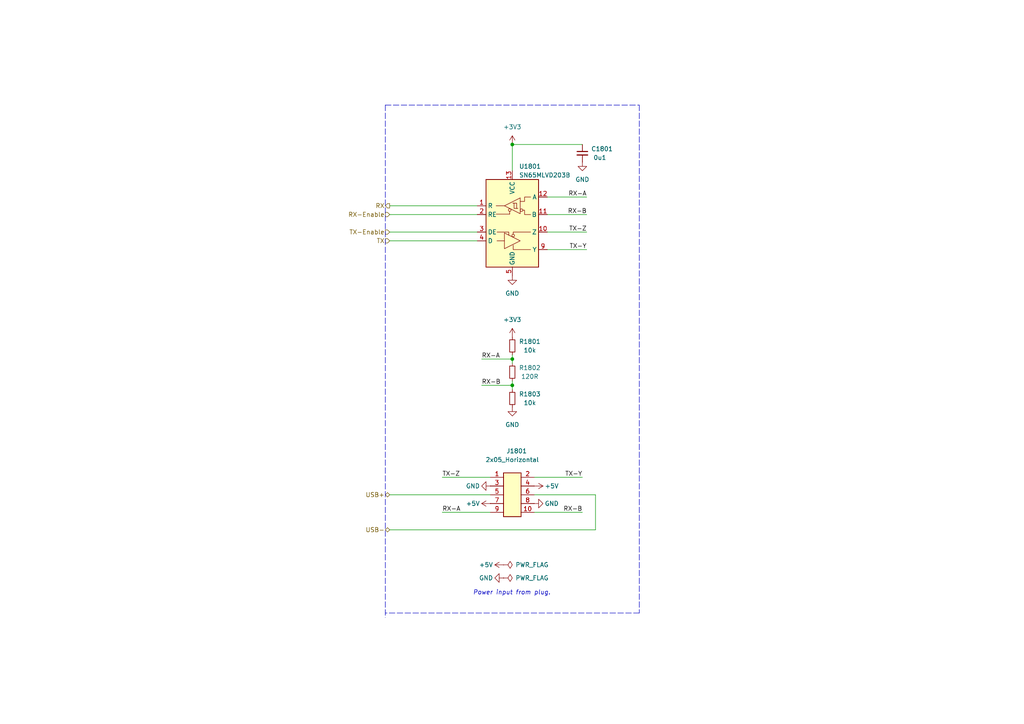
<source format=kicad_sch>
(kicad_sch (version 20250114) (generator "eeschema") (generator_version "9.0")
  (paper "A4")
  (title_block (title "V2 Link") (date "2023-03-29") (rev "3") (company "Plug"))
  (lib_symbols
    (symbol "Device:C_Small" (pin_numbers (hide yes)) (pin_names (offset 0.254) (hide yes))
      (property "Reference" "C" (at 0.254 1.778 0))
      (property "Value" "C_Small" (at 0.254 -2.032 0))
      (symbol "C_Small_0_1"
        (polyline (pts (xy -1.524 0.508) (xy 1.524 0.508)) (stroke (width 0.3048)))
        (polyline (pts (xy -1.524 -0.508) (xy 1.524 -0.508)) (stroke (width 0.3302)))
      )
      (symbol "C_Small_1_1"
        (pin passive line (at 0 2.54 270) (length 2.032) (name "~") (number "1"))
        (pin passive line (at 0 -2.54 90) (length 2.032) (name "~") (number "2"))
      )
    )
    (symbol "Device:R_Small" (pin_numbers (hide yes)) (pin_names (offset 0.254) (hide yes))
      (property "Reference" "R" (at 0 0 90))
      (property "Value" "R_Small" (at 1.778 0 90))
      (symbol "R_Small_0_1"
        (rectangle (start -0.762 1.778) (end 0.762 -1.778) (stroke (width 0.2032)))
      )
      (symbol "R_Small_1_1"
        (pin passive line (at 0 2.54 270) (length 0.762) (name "~") (number "1"))
        (pin passive line (at 0 -2.54 90) (length 0.762) (name "~") (number "2"))
      )
    )
    (symbol "V2_Connector_Header_1.27mm:2x05_Horizontal" (pin_names (hide yes))
      (property "Reference" "J" (at 0 12.7 0))
      (property "Value" "2x05_Horizontal" (at 1.27 10.16 0))
      (symbol "2x05_Horizontal_1_1"
        (rectangle (start -2.54 6.35) (end 2.54 -6.35) (stroke (width 0.254)) (fill (type background)))
        (pin passive line (at -6.35 5.08 0) (length 3.81) (name "Pin_1") (number "1"))
        (pin passive line (at -6.35 2.54 0) (length 3.81) (name "Pin_3") (number "3"))
        (pin passive line (at -6.35 0 0) (length 3.81) (name "Pin_5") (number "5"))
        (pin passive line (at -6.35 -2.54 0) (length 3.81) (name "Pin_7") (number "7"))
        (pin passive line (at -6.35 -5.08 0) (length 3.81) (name "Pin_9") (number "9"))
        (pin passive line (at 6.35 5.08 180) (length 3.81) (name "Pin_2") (number "2"))
        (pin passive line (at 6.35 2.54 180) (length 3.81) (name "Pin_4") (number "4"))
        (pin passive line (at 6.35 0 180) (length 3.81) (name "Pin_6") (number "6"))
        (pin passive line (at 6.35 -2.54 180) (length 3.81) (name "Pin_8") (number "8"))
        (pin passive line (at 6.35 -5.08 180) (length 3.81) (name "Pin_10") (number "10"))
      )
    )
    (symbol "V2_Interface_LVDS:SN65MLVD203B"
      (property "Reference" "U" (at -8.89 8.89 0))
      (property "Value" "SN65MLVD203B" (at 1.27 8.89 0))
      (symbol "SN65MLVD203B_0_1"
        (rectangle (start -7.62 12.7) (end 7.62 -12.7) (stroke (width 0.254)) (fill (type background)))
        (polyline (pts (xy -4.445 -5.08) (xy -2.286 -5.08)))
        (polyline (pts (xy -2.286 5.08) (xy -4.699 5.08)))
        (polyline (pts (xy -2.286 -2.794) (xy -2.286 -7.366) (xy 2.286 -5.08) (xy -2.286 -2.794)))
        (polyline (pts (xy -1.016 -3.429) (xy -1.016 -2.54) (xy -4.445 -2.54)))
        (polyline (pts (xy -0.762 3.429) (xy -0.762 2.667)))
        (polyline (pts (xy -0.762 2.667) (xy -4.699 2.667)))
        (circle (center -0.7445 3.8547) (radius 0.381))
        (circle (center 0.254 -3.556) (radius 0.381))
        (polyline (pts (xy 1.27 4.318) (xy 1.27 5.842) (xy 0.381 5.842)))
        (polyline (pts (xy 1.651 4.318) (xy 0.635 4.318) (xy 0.508 4.318) (xy 0.508 5.842) (xy 0.127 5.842)))
        (polyline (pts (xy 2.286 7.366) (xy 2.286 2.794) (xy -2.286 5.08) (xy 2.286 7.366)))
        (polyline (pts (xy 2.286 6.35) (xy 3.556 6.35) (xy 3.556 7.62) (xy 5.334 7.62)))
        (circle (center 2.667 3.81) (radius 0.381))
        (polyline (pts (xy 3.048 3.81) (xy 3.556 3.81) (xy 3.556 2.54) (xy 5.334 2.54)))
        (polyline (pts (xy 5.334 -2.54) (xy 0.254 -2.54) (xy 0.254 -3.175)))
        (polyline (pts (xy 5.334 -7.62) (xy 0.254 -7.62) (xy 0.254 -6.35)))
      )
      (symbol "SN65MLVD203B_1_1"
        (pin output line (at -10.16 5.08 0) (length 2.54) (name "R") (number "1"))
        (pin input line (at -10.16 2.54 0) (length 2.54) (name "RE") (number "2"))
        (pin input line (at -10.16 -2.54 0) (length 2.54) (name "DE") (number "3"))
        (pin input line (at -10.16 -5.08 0) (length 2.54) (name "D") (number "4"))
        (pin power_in line (at 0 15.24 270) (length 2.54) (name "VCC") (number "13"))
        (pin passive line (at 0 15.24 270) (length 2.54) (hide yes) (name "VCC") (number "14"))
        (pin passive line (at 0 -15.24 90) (length 2.54) (hide yes) (name "GND") (number "17"))
        (pin power_in line (at 0 -15.24 90) (length 2.54) (name "GND") (number "5"))
        (pin passive line (at 0 -15.24 90) (length 2.54) (hide yes) (name "GND") (number "6"))
        (pin no_connect line (at 0 -29.21 0) (length 2.54) (hide yes) (name "") (number "7"))
        (pin no_connect line (at 0 -31.75 0) (length 2.54) (hide yes) (name "") (number "8"))
        (pin no_connect line (at 0 -34.29 0) (length 2.54) (hide yes) (name "") (number "15"))
        (pin no_connect line (at 0 -36.83 0) (length 2.54) (hide yes) (name "") (number "16"))
        (pin input line (at 10.16 7.62 180) (length 2.54) (name "A") (number "12"))
        (pin input line (at 10.16 2.54 180) (length 2.54) (name "B") (number "11"))
        (pin output line (at 10.16 -2.54 180) (length 2.54) (name "Z") (number "10"))
        (pin output line (at 10.16 -7.62 180) (length 2.54) (name "Y") (number "9"))
      )
    )
    (symbol "power:+3V3" (power) (pin_numbers (hide yes)) (pin_names (offset 0) (hide yes))
      (property "Value" "+3V3" (at 0 3.556 0))
      (symbol "+3V3_0_1"
        (polyline (pts (xy -0.762 1.27) (xy 0 2.54)))
        (polyline (pts (xy 0 2.54) (xy 0.762 1.27)))
        (polyline (pts (xy 0 0) (xy 0 2.54)))
      )
      (symbol "+3V3_1_1"
        (pin power_in line (at 0 0 90) (length 0) (name "~") (number "1"))
      )
    )
    (symbol "power:+5V" (power) (pin_numbers (hide yes)) (pin_names (offset 0) (hide yes))
      (property "Value" "+5V" (at 0 3.556 0))
      (symbol "+5V_0_1"
        (polyline (pts (xy -0.762 1.27) (xy 0 2.54)))
        (polyline (pts (xy 0 2.54) (xy 0.762 1.27)))
        (polyline (pts (xy 0 0) (xy 0 2.54)))
      )
      (symbol "+5V_1_1"
        (pin power_in line (at 0 0 90) (length 0) (name "~") (number "1"))
      )
    )
    (symbol "power:GND" (power) (pin_numbers (hide yes)) (pin_names (offset 0) (hide yes))
      (property "Value" "GND" (at 0 -3.81 0))
      (symbol "GND_0_1"
        (polyline (pts (xy 0 0) (xy 0 -1.27) (xy 1.27 -1.27) (xy 0 -2.54) (xy -1.27 -1.27) (xy 0 -1.27)))
      )
      (symbol "GND_1_1"
        (pin power_in line (at 0 0 270) (length 0) (name "~") (number "1"))
      )
    )
    (symbol "power:PWR_FLAG" (power) (pin_numbers (hide yes)) (pin_names (offset 0) (hide yes))
      (property "Value" "PWR_FLAG" (at 0 3.81 0))
      (symbol "PWR_FLAG_0_0"
        (pin power_out line (at 0 0 90) (length 0) (name "~") (number "1"))
      )
      (symbol "PWR_FLAG_0_1"
        (polyline (pts (xy 0 0) (xy 0 1.27) (xy -1.016 1.905) (xy 0 2.54) (xy 1.016 1.905) (xy 0 1.27)))
      )
    )
  )
  (text "Power input from plug." (at 137.16 172.72 0) (effects (font (size 1.27 1.27) (italic yes)) (justify left bottom)))
  (junction (at 148.59 41.91))
  (junction (at 148.59 111.76))
  (junction (at 148.59 104.14))
  (wire (pts (xy 148.59 104.14) (xy 139.7 104.14)))
  (wire (pts (xy 148.59 104.14) (xy 148.59 105.41)))
  (wire (pts (xy 172.72 153.67) (xy 113.03 153.67)))
  (wire (pts (xy 158.75 67.31) (xy 170.18 67.31)))
  (wire (pts (xy 158.75 72.39) (xy 170.18 72.39)))
  (wire (pts (xy 113.03 143.51) (xy 142.24 143.51)))
  (wire (pts (xy 158.75 62.23) (xy 170.18 62.23)))
  (polyline (pts (xy 185.42 177.8) (xy 111.76 177.8)) (stroke (width 0) (type dash)))
  (wire (pts (xy 148.59 111.76) (xy 139.7 111.76)))
  (wire (pts (xy 142.24 138.43) (xy 128.27 138.43)))
  (wire (pts (xy 158.75 57.15) (xy 170.18 57.15)))
  (wire (pts (xy 148.59 41.91) (xy 148.59 49.53)))
  (wire (pts (xy 142.24 148.59) (xy 128.27 148.59)))
  (polyline (pts (xy 185.42 30.48) (xy 185.42 177.8)) (stroke (width 0) (type dash)))
  (wire (pts (xy 148.59 113.03) (xy 148.59 111.76)))
  (wire (pts (xy 154.94 143.51) (xy 172.72 143.51)))
  (wire (pts (xy 113.03 69.85) (xy 138.43 69.85)))
  (wire (pts (xy 154.94 148.59) (xy 168.91 148.59)))
  (wire (pts (xy 148.59 41.91) (xy 168.91 41.91)))
  (wire (pts (xy 148.59 111.76) (xy 148.59 110.49)))
  (wire (pts (xy 113.03 67.31) (xy 138.43 67.31)))
  (wire (pts (xy 113.03 62.23) (xy 138.43 62.23)))
  (polyline (pts (xy 111.76 30.48) (xy 111.76 179.07)) (stroke (width 0) (type dash)))
  (wire (pts (xy 154.94 138.43) (xy 168.91 138.43)))
  (wire (pts (xy 172.72 143.51) (xy 172.72 153.67)))
  (wire (pts (xy 148.59 102.87) (xy 148.59 104.14)))
  (polyline (pts (xy 111.76 30.48) (xy 185.42 30.48)) (stroke (width 0) (type dash)))
  (wire (pts (xy 113.03 59.69) (xy 138.43 59.69)))
  (label "RX-B" (at 170.18 62.23 180))
  (label "RX-A" (at 139.7 104.14 0))
  (label "RX-A" (at 170.18 57.15 180))
  (label "TX-Y" (at 168.91 138.43 180))
  (label "TX-Z" (at 128.27 138.43 0))
  (label "RX-B" (at 139.7 111.76 0))
  (label "TX-Z" (at 170.18 67.31 180))
  (label "RX-B" (at 168.91 148.59 180))
  (label "TX-Y" (at 170.18 72.39 180))
  (label "RX-A" (at 128.27 148.59 0))
  (hierarchical_label "USB+" (shape bidirectional) (at 113.03 143.51 180))
  (hierarchical_label "TX-Enable" (shape input) (at 113.03 67.31 180))
  (hierarchical_label "USB-" (shape bidirectional) (at 113.03 153.67 180))
  (hierarchical_label "RX" (shape output) (at 113.03 59.69 180))
  (hierarchical_label "TX" (shape input) (at 113.03 69.85 180))
  (hierarchical_label "RX-Enable" (shape input) (at 113.03 62.23 180))
  (symbol (lib_id "power:GND") (at 168.91 46.99 0) (unit 1)
    (property "Reference" "#PWR01802" (effects (hide yes)))
    (property "Value" "GND" (at 168.91 52.07 0))
    (property "Description" "Power symbol creates a global label with name \"GND\" , ground" (effects (hide yes)))
  )
  (symbol (lib_id "power:PWR_FLAG") (at 146.05 167.64 270) (unit 1)
    (property "Reference" "#FLG01802" (effects (hide yes)))
    (property "Value" "PWR_FLAG" (at 154.305 167.64 90))
    (property "Description" "Special symbol for telling ERC where power comes from" (effects (hide yes)))
  )
  (symbol (lib_id "Device:R_Small") (at 148.59 100.33 0) (unit 1)
    (property "Reference" "R1801" (at 153.67 99.06 0))
    (property "Value" "10k" (at 153.67 101.6 0))
    (property "Footprint" "Resistor_SMD:R_0603_1608Metric" (effects (hide yes)))
    (property "Description" "Resistor, small symbol" (effects (hide yes)))
  )
  (symbol (lib_id "power:PWR_FLAG") (at 146.05 163.83 270) (unit 1)
    (property "Reference" "#FLG01801" (effects (hide yes)))
    (property "Value" "PWR_FLAG" (at 154.305 163.83 90))
    (property "Description" "Special symbol for telling ERC where power comes from" (effects (hide yes)))
  )
  (symbol (lib_id "V2_Interface_LVDS:SN65MLVD203B") (at 148.59 64.77 0) (unit 1)
    (property "Reference" "U1801" (at 150.5459 48.26 0) (effects (justify left)))
    (property "Value" "SN65MLVD203B" (at 150.5459 50.8 0) (effects (justify left)))
    (property "Footprint" "V2_Package_DFN_QFN:WQFN-16-1EP_4x4mm_P0.65mm_EP2.7x2.7mm_ThermalVias" (effects (hide yes)))
  )
  (symbol (lib_id "Device:R_Small") (at 148.59 107.95 0) (unit 1)
    (property "Reference" "R1802" (at 153.67 106.68 0))
    (property "Value" "120R" (at 153.67 109.22 0))
    (property "Footprint" "Resistor_SMD:R_0603_1608Metric" (effects (hide yes)))
    (property "Description" "Resistor, small symbol" (effects (hide yes)))
  )
  (symbol (lib_id "V2_Connector_Header_1.27mm:2x05_Horizontal") (at 148.59 143.51 0) (unit 1) (exclude_from_sim yes)
    (property "Reference" "J1801" (at 149.86 130.81 0))
    (property "Value" "2x05_Horizontal" (at 148.59 133.35 0))
    (property "Footprint" "V2_Connector_Header_1.27mm:PinHeader_2x05_P1.27mm_Horizontal" (effects (hide yes)))
  )
  (symbol (lib_id "power:+3V3") (at 148.59 97.79 0) (unit 1)
    (property "Reference" "#PWR01804" (effects (hide yes)))
    (property "Value" "+3V3" (at 148.59 92.71 0))
    (property "Description" "Power symbol creates a global label with name \"+3V3\"" (effects (hide yes)))
  )
  (symbol (lib_id "Device:R_Small") (at 148.59 115.57 0) (unit 1)
    (property "Reference" "R1803" (at 153.67 114.3 0))
    (property "Value" "10k" (at 153.67 116.84 0))
    (property "Footprint" "Resistor_SMD:R_0603_1608Metric" (effects (hide yes)))
    (property "Description" "Resistor, small symbol" (effects (hide yes)))
  )
  (symbol (lib_id "power:+5V") (at 146.05 163.83 90) (unit 1)
    (property "Reference" "#PWR01810" (effects (hide yes)))
    (property "Value" "+5V" (at 140.97 163.83 90))
    (property "Description" "Power symbol creates a global label with name \"+5V\"" (effects (hide yes)))
  )
  (symbol (lib_id "power:GND") (at 142.24 140.97 270) (unit 1)
    (property "Reference" "#PWR01806" (effects (hide yes)))
    (property "Value" "GND" (at 137.16 140.9699 90))
    (property "Description" "Power symbol creates a global label with name \"GND\" , ground" (effects (hide yes)))
  )
  (symbol (lib_id "power:+5V") (at 142.24 146.05 90) (unit 1)
    (property "Reference" "#PWR01808" (effects (hide yes)))
    (property "Value" "+5V" (at 137.16 146.05 90))
    (property "Description" "Power symbol creates a global label with name \"+5V\"" (effects (hide yes)))
  )
  (symbol (lib_id "power:GND") (at 148.59 80.01 0) (unit 1)
    (property "Reference" "#PWR01803" (effects (hide yes)))
    (property "Value" "GND" (at 148.59 85.09 0))
    (property "Description" "Power symbol creates a global label with name \"GND\" , ground" (effects (hide yes)))
  )
  (symbol (lib_id "power:+5V") (at 154.94 140.97 270) (unit 1)
    (property "Reference" "#PWR01807" (effects (hide yes)))
    (property "Value" "+5V" (at 160.02 140.97 90))
    (property "Description" "Power symbol creates a global label with name \"+5V\"" (effects (hide yes)))
  )
  (symbol (lib_id "power:GND") (at 148.59 118.11 0) (unit 1)
    (property "Reference" "#PWR01805" (effects (hide yes)))
    (property "Value" "GND" (at 148.59 123.19 0))
    (property "Description" "Power symbol creates a global label with name \"GND\" , ground" (effects (hide yes)))
  )
  (symbol (lib_id "power:+3V3") (at 148.59 41.91 0) (unit 1)
    (property "Reference" "#PWR01801" (effects (hide yes)))
    (property "Value" "+3V3" (at 148.59 36.83 0))
    (property "Description" "Power symbol creates a global label with name \"+3V3\"" (effects (hide yes)))
  )
  (symbol (lib_id "power:GND") (at 146.05 167.64 270) (unit 1)
    (property "Reference" "#PWR01811" (effects (hide yes)))
    (property "Value" "GND" (at 140.97 167.64 90))
    (property "Description" "Power symbol creates a global label with name \"GND\" , ground" (effects (hide yes)))
  )
  (symbol (lib_id "power:GND") (at 154.94 146.05 90) (unit 1)
    (property "Reference" "#PWR01809" (effects (hide yes)))
    (property "Value" "GND" (at 160.02 146.05 90))
    (property "Description" "Power symbol creates a global label with name \"GND\" , ground" (effects (hide yes)))
  )
  (symbol (lib_id "Device:C_Small") (at 168.91 44.45 0) (unit 1)
    (property "Reference" "C1801" (at 171.45 43.1862 0) (effects (justify left)))
    (property "Value" "0u1" (at 173.99 45.7262 0))
    (property "Footprint" "Capacitor_SMD:C_0603_1608Metric" (effects (hide yes)))
    (property "Description" "Unpolarized capacitor, small symbol" (effects (hide yes)))
  )
)
</source>
